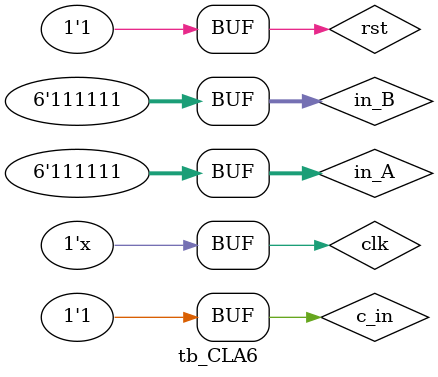
<source format=v>
module tb_CLA6();
    reg[5:0] in_A, in_B;
    reg c_in, clk, rst;
    wire[5:0] out;
    wire c_out;
    
    CLA6 cla6(out, c_out, in_A, in_B, c_in, clk, rst);
    
    always begin
        #1 clk <= ~clk;
    end
    
    initial begin 
        clk <= 1;
        rst<=1;
        #5.5 rst<=0; c_in<=0;
        #2 rst<=1;in_A <= 6'b001010; in_B <= 6'b001101; // 010111
        #2 in_A <= 6'b000000; in_B <= 6'b000000; // 000000
        #2 in_A <= 6'b101010; in_B <= 6'b010101; // 111111
        #2 in_A <= 6'b111111; in_B <= 6'b111111; // 1 111110
        
        #2 rst<=1;in_A <= 6'b001010; in_B <= 6'b001101; c_in <= 1; // 011000
        #2 in_A <= 6'b000000; in_B <= 6'b000000; // 000001
        #2 in_A <= 6'b101010; in_B <= 6'b010101; // 1 000000
        #2 in_A <= 6'b111111; in_B <= 6'b111111; // 1 111111
    end
    
endmodule

</source>
